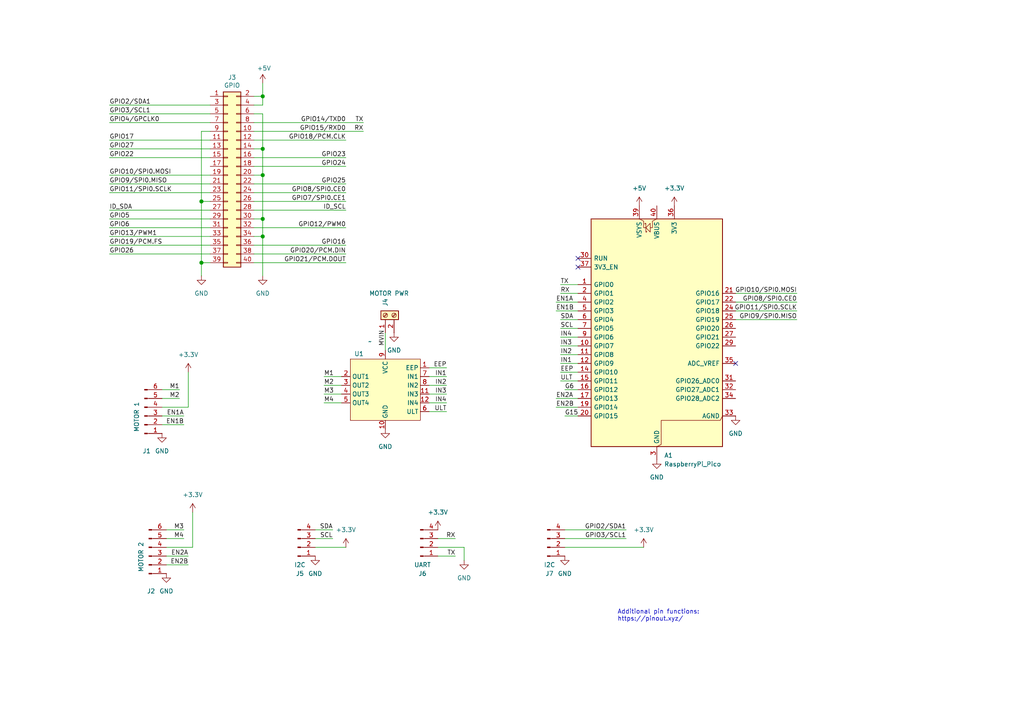
<source format=kicad_sch>
(kicad_sch (version 20250114) (generator "eeschema") (generator_version "9.0")
  (paper "A4")
  (title_block (date "15 nov 2012"))
  (lib_symbols
    (symbol "Connector:Conn_01x04_Pin" (pin_names (offset 1.016) (hide yes))
      (property "Reference" "J" (at 0 5.08 0))
      (property "Value" "Conn_01x04_Pin" (at 0 -7.62 0))
      (symbol "Conn_01x04_Pin_1_1"
        (rectangle (start 0.8636 2.667) (end 0 2.413) (stroke (width 0.1524)) (fill (type outline)))
        (rectangle (start 0.8636 0.127) (end 0 -0.127) (stroke (width 0.1524)) (fill (type outline)))
        (rectangle (start 0.8636 -2.413) (end 0 -2.667) (stroke (width 0.1524)) (fill (type outline)))
        (rectangle (start 0.8636 -4.953) (end 0 -5.207) (stroke (width 0.1524)) (fill (type outline)))
        (polyline (pts (xy 1.27 2.54) (xy 0.8636 2.54)) (stroke (width 0.1524)))
        (polyline (pts (xy 1.27 0) (xy 0.8636 0)) (stroke (width 0.1524)))
        (polyline (pts (xy 1.27 -2.54) (xy 0.8636 -2.54)) (stroke (width 0.1524)))
        (polyline (pts (xy 1.27 -5.08) (xy 0.8636 -5.08)) (stroke (width 0.1524)))
        (pin passive line (at 5.08 2.54 180) (length 3.81) (name "Pin_1") (number "1"))
        (pin passive line (at 5.08 0 180) (length 3.81) (name "Pin_2") (number "2"))
        (pin passive line (at 5.08 -2.54 180) (length 3.81) (name "Pin_3") (number "3"))
        (pin passive line (at 5.08 -5.08 180) (length 3.81) (name "Pin_4") (number "4"))
      )
    )
    (symbol "Connector:Conn_01x06_Pin" (pin_names (offset 1.016) (hide yes))
      (property "Reference" "J" (at 0 7.62 0))
      (property "Value" "Conn_01x06_Pin" (at 0 -10.16 0))
      (symbol "Conn_01x06_Pin_1_1"
        (rectangle (start 0.8636 5.207) (end 0 4.953) (stroke (width 0.1524)) (fill (type outline)))
        (rectangle (start 0.8636 2.667) (end 0 2.413) (stroke (width 0.1524)) (fill (type outline)))
        (rectangle (start 0.8636 0.127) (end 0 -0.127) (stroke (width 0.1524)) (fill (type outline)))
        (rectangle (start 0.8636 -2.413) (end 0 -2.667) (stroke (width 0.1524)) (fill (type outline)))
        (rectangle (start 0.8636 -4.953) (end 0 -5.207) (stroke (width 0.1524)) (fill (type outline)))
        (rectangle (start 0.8636 -7.493) (end 0 -7.747) (stroke (width 0.1524)) (fill (type outline)))
        (polyline (pts (xy 1.27 5.08) (xy 0.8636 5.08)) (stroke (width 0.1524)))
        (polyline (pts (xy 1.27 2.54) (xy 0.8636 2.54)) (stroke (width 0.1524)))
        (polyline (pts (xy 1.27 0) (xy 0.8636 0)) (stroke (width 0.1524)))
        (polyline (pts (xy 1.27 -2.54) (xy 0.8636 -2.54)) (stroke (width 0.1524)))
        (polyline (pts (xy 1.27 -5.08) (xy 0.8636 -5.08)) (stroke (width 0.1524)))
        (polyline (pts (xy 1.27 -7.62) (xy 0.8636 -7.62)) (stroke (width 0.1524)))
        (pin passive line (at 5.08 5.08 180) (length 3.81) (name "Pin_1") (number "1"))
        (pin passive line (at 5.08 2.54 180) (length 3.81) (name "Pin_2") (number "2"))
        (pin passive line (at 5.08 0 180) (length 3.81) (name "Pin_3") (number "3"))
        (pin passive line (at 5.08 -2.54 180) (length 3.81) (name "Pin_4") (number "4"))
        (pin passive line (at 5.08 -5.08 180) (length 3.81) (name "Pin_5") (number "5"))
        (pin passive line (at 5.08 -7.62 180) (length 3.81) (name "Pin_6") (number "6"))
      )
    )
    (symbol "Connector:Screw_Terminal_01x02" (pin_names (offset 1.016) (hide yes))
      (property "Reference" "J" (at 0 2.54 0))
      (property "Value" "Screw_Terminal_01x02" (at 0 -5.08 0))
      (symbol "Screw_Terminal_01x02_1_1"
        (rectangle (start -1.27 1.27) (end 1.27 -3.81) (stroke (width 0.254)) (fill (type background)))
        (polyline (pts (xy -0.5334 0.3302) (xy 0.3302 -0.508)) (stroke (width 0.1524)))
        (polyline (pts (xy -0.5334 -2.2098) (xy 0.3302 -3.048)) (stroke (width 0.1524)))
        (polyline (pts (xy -0.3556 0.508) (xy 0.508 -0.3302)) (stroke (width 0.1524)))
        (polyline (pts (xy -0.3556 -2.032) (xy 0.508 -2.8702)) (stroke (width 0.1524)))
        (circle (center 0 0) (radius 0.635) (stroke (width 0.1524)))
        (circle (center 0 -2.54) (radius 0.635) (stroke (width 0.1524)))
        (pin passive line (at -5.08 0 0) (length 3.81) (name "Pin_1") (number "1"))
        (pin passive line (at -5.08 -2.54 0) (length 3.81) (name "Pin_2") (number "2"))
      )
    )
    (symbol "Connector_Generic:Conn_02x20_Odd_Even" (pin_names (offset 1.016) (hide yes))
      (property "Reference" "J" (at 1.27 25.4 0))
      (property "Value" "Conn_02x20_Odd_Even" (at 1.27 -27.94 0))
      (symbol "Conn_02x20_Odd_Even_1_1"
        (rectangle (start -1.27 24.13) (end 3.81 -26.67) (stroke (width 0.254)) (fill (type background)))
        (rectangle (start -1.27 22.987) (end 0 22.733) (stroke (width 0.1524)))
        (rectangle (start -1.27 20.447) (end 0 20.193) (stroke (width 0.1524)))
        (rectangle (start -1.27 17.907) (end 0 17.653) (stroke (width 0.1524)))
        (rectangle (start -1.27 15.367) (end 0 15.113) (stroke (width 0.1524)))
        (rectangle (start -1.27 12.827) (end 0 12.573) (stroke (width 0.1524)))
        (rectangle (start -1.27 10.287) (end 0 10.033) (stroke (width 0.1524)))
        (rectangle (start -1.27 7.747) (end 0 7.493) (stroke (width 0.1524)))
        (rectangle (start -1.27 5.207) (end 0 4.953) (stroke (width 0.1524)))
        (rectangle (start -1.27 2.667) (end 0 2.413) (stroke (width 0.1524)))
        (rectangle (start -1.27 0.127) (end 0 -0.127) (stroke (width 0.1524)))
        (rectangle (start -1.27 -2.413) (end 0 -2.667) (stroke (width 0.1524)))
        (rectangle (start -1.27 -4.953) (end 0 -5.207) (stroke (width 0.1524)))
        (rectangle (start -1.27 -7.493) (end 0 -7.747) (stroke (width 0.1524)))
        (rectangle (start -1.27 -10.033) (end 0 -10.287) (stroke (width 0.1524)))
        (rectangle (start -1.27 -12.573) (end 0 -12.827) (stroke (width 0.1524)))
        (rectangle (start -1.27 -15.113) (end 0 -15.367) (stroke (width 0.1524)))
        (rectangle (start -1.27 -17.653) (end 0 -17.907) (stroke (width 0.1524)))
        (rectangle (start -1.27 -20.193) (end 0 -20.447) (stroke (width 0.1524)))
        (rectangle (start -1.27 -22.733) (end 0 -22.987) (stroke (width 0.1524)))
        (rectangle (start -1.27 -25.273) (end 0 -25.527) (stroke (width 0.1524)))
        (rectangle (start 3.81 22.987) (end 2.54 22.733) (stroke (width 0.1524)))
        (rectangle (start 3.81 20.447) (end 2.54 20.193) (stroke (width 0.1524)))
        (rectangle (start 3.81 17.907) (end 2.54 17.653) (stroke (width 0.1524)))
        (rectangle (start 3.81 15.367) (end 2.54 15.113) (stroke (width 0.1524)))
        (rectangle (start 3.81 12.827) (end 2.54 12.573) (stroke (width 0.1524)))
        (rectangle (start 3.81 10.287) (end 2.54 10.033) (stroke (width 0.1524)))
        (rectangle (start 3.81 7.747) (end 2.54 7.493) (stroke (width 0.1524)))
        (rectangle (start 3.81 5.207) (end 2.54 4.953) (stroke (width 0.1524)))
        (rectangle (start 3.81 2.667) (end 2.54 2.413) (stroke (width 0.1524)))
        (rectangle (start 3.81 0.127) (end 2.54 -0.127) (stroke (width 0.1524)))
        (rectangle (start 3.81 -2.413) (end 2.54 -2.667) (stroke (width 0.1524)))
        (rectangle (start 3.81 -4.953) (end 2.54 -5.207) (stroke (width 0.1524)))
        (rectangle (start 3.81 -7.493) (end 2.54 -7.747) (stroke (width 0.1524)))
        (rectangle (start 3.81 -10.033) (end 2.54 -10.287) (stroke (width 0.1524)))
        (rectangle (start 3.81 -12.573) (end 2.54 -12.827) (stroke (width 0.1524)))
        (rectangle (start 3.81 -15.113) (end 2.54 -15.367) (stroke (width 0.1524)))
        (rectangle (start 3.81 -17.653) (end 2.54 -17.907) (stroke (width 0.1524)))
        (rectangle (start 3.81 -20.193) (end 2.54 -20.447) (stroke (width 0.1524)))
        (rectangle (start 3.81 -22.733) (end 2.54 -22.987) (stroke (width 0.1524)))
        (rectangle (start 3.81 -25.273) (end 2.54 -25.527) (stroke (width 0.1524)))
        (pin passive line (at -5.08 22.86 0) (length 3.81) (name "Pin_1") (number "1"))
        (pin passive line (at -5.08 20.32 0) (length 3.81) (name "Pin_3") (number "3"))
        (pin passive line (at -5.08 17.78 0) (length 3.81) (name "Pin_5") (number "5"))
        (pin passive line (at -5.08 15.24 0) (length 3.81) (name "Pin_7") (number "7"))
        (pin passive line (at -5.08 12.7 0) (length 3.81) (name "Pin_9") (number "9"))
        (pin passive line (at -5.08 10.16 0) (length 3.81) (name "Pin_11") (number "11"))
        (pin passive line (at -5.08 7.62 0) (length 3.81) (name "Pin_13") (number "13"))
        (pin passive line (at -5.08 5.08 0) (length 3.81) (name "Pin_15") (number "15"))
        (pin passive line (at -5.08 2.54 0) (length 3.81) (name "Pin_17") (number "17"))
        (pin passive line (at -5.08 0 0) (length 3.81) (name "Pin_19") (number "19"))
        (pin passive line (at -5.08 -2.54 0) (length 3.81) (name "Pin_21") (number "21"))
        (pin passive line (at -5.08 -5.08 0) (length 3.81) (name "Pin_23") (number "23"))
        (pin passive line (at -5.08 -7.62 0) (length 3.81) (name "Pin_25") (number "25"))
        (pin passive line (at -5.08 -10.16 0) (length 3.81) (name "Pin_27") (number "27"))
        (pin passive line (at -5.08 -12.7 0) (length 3.81) (name "Pin_29") (number "29"))
        (pin passive line (at -5.08 -15.24 0) (length 3.81) (name "Pin_31") (number "31"))
        (pin passive line (at -5.08 -17.78 0) (length 3.81) (name "Pin_33") (number "33"))
        (pin passive line (at -5.08 -20.32 0) (length 3.81) (name "Pin_35") (number "35"))
        (pin passive line (at -5.08 -22.86 0) (length 3.81) (name "Pin_37") (number "37"))
        (pin passive line (at -5.08 -25.4 0) (length 3.81) (name "Pin_39") (number "39"))
        (pin passive line (at 7.62 22.86 180) (length 3.81) (name "Pin_2") (number "2"))
        (pin passive line (at 7.62 20.32 180) (length 3.81) (name "Pin_4") (number "4"))
        (pin passive line (at 7.62 17.78 180) (length 3.81) (name "Pin_6") (number "6"))
        (pin passive line (at 7.62 15.24 180) (length 3.81) (name "Pin_8") (number "8"))
        (pin passive line (at 7.62 12.7 180) (length 3.81) (name "Pin_10") (number "10"))
        (pin passive line (at 7.62 10.16 180) (length 3.81) (name "Pin_12") (number "12"))
        (pin passive line (at 7.62 7.62 180) (length 3.81) (name "Pin_14") (number "14"))
        (pin passive line (at 7.62 5.08 180) (length 3.81) (name "Pin_16") (number "16"))
        (pin passive line (at 7.62 2.54 180) (length 3.81) (name "Pin_18") (number "18"))
        (pin passive line (at 7.62 0 180) (length 3.81) (name "Pin_20") (number "20"))
        (pin passive line (at 7.62 -2.54 180) (length 3.81) (name "Pin_22") (number "22"))
        (pin passive line (at 7.62 -5.08 180) (length 3.81) (name "Pin_24") (number "24"))
        (pin passive line (at 7.62 -7.62 180) (length 3.81) (name "Pin_26") (number "26"))
        (pin passive line (at 7.62 -10.16 180) (length 3.81) (name "Pin_28") (number "28"))
        (pin passive line (at 7.62 -12.7 180) (length 3.81) (name "Pin_30") (number "30"))
        (pin passive line (at 7.62 -15.24 180) (length 3.81) (name "Pin_32") (number "32"))
        (pin passive line (at 7.62 -17.78 180) (length 3.81) (name "Pin_34") (number "34"))
        (pin passive line (at 7.62 -20.32 180) (length 3.81) (name "Pin_36") (number "36"))
        (pin passive line (at 7.62 -22.86 180) (length 3.81) (name "Pin_38") (number "38"))
        (pin passive line (at 7.62 -25.4 180) (length 3.81) (name "Pin_40") (number "40"))
      )
    )
    (symbol "MCU_Module:RaspberryPi_Pico" (pin_names (offset 0.762))
      (property "Reference" "A" (at -19.05 35.56 0))
      (property "Value" "RaspberryPi_Pico" (at 7.62 35.56 0))
      (symbol "RaspberryPi_Pico_0_1"
        (rectangle (start -19.05 34.29) (end 19.05 -31.75) (stroke (width 0.254)) (fill (type background)))
        (polyline (pts (xy -5.08 34.29) (xy -3.81 33.655) (xy -3.81 31.75) (xy -3.175 31.75)))
        (polyline (pts (xy -3.429 32.766) (xy -3.429 33.02) (xy -3.175 33.02) (xy -3.175 30.48) (xy -2.921 30.48) (xy -2.921 30.734)))
        (polyline (pts (xy -3.175 31.75) (xy -1.905 33.02) (xy -1.905 30.48) (xy -3.175 31.75)))
        (polyline (pts (xy 0 34.29) (xy -1.27 33.655) (xy -1.27 31.75) (xy -1.905 31.75)))
        (polyline (pts (xy 0 -31.75) (xy 1.27 -31.115) (xy 1.27 -24.13) (xy 18.415 -24.13) (xy 19.05 -22.86)))
      )
      (symbol "RaspberryPi_Pico_1_1"
        (pin passive line (at -22.86 22.86 0) (length 3.81) (name "RUN") (number "30"))
        (pin passive line (at -22.86 20.32 0) (length 3.81) (name "3V3_EN") (number "37"))
        (pin bidirectional line (at -22.86 15.24 0) (length 3.81) (name "GPIO0") (number "1"))
        (pin bidirectional line (at -22.86 12.7 0) (length 3.81) (name "GPIO1") (number "2"))
        (pin bidirectional line (at -22.86 10.16 0) (length 3.81) (name "GPIO2") (number "4"))
        (pin bidirectional line (at -22.86 7.62 0) (length 3.81) (name "GPIO3") (number "5"))
        (pin bidirectional line (at -22.86 5.08 0) (length 3.81) (name "GPIO4") (number "6"))
        (pin bidirectional line (at -22.86 2.54 0) (length 3.81) (name "GPIO5") (number "7"))
        (pin bidirectional line (at -22.86 0 0) (length 3.81) (name "GPIO6") (number "9"))
        (pin bidirectional line (at -22.86 -2.54 0) (length 3.81) (name "GPIO7") (number "10"))
        (pin bidirectional line (at -22.86 -5.08 0) (length 3.81) (name "GPIO8") (number "11"))
        (pin bidirectional line (at -22.86 -7.62 0) (length 3.81) (name "GPIO9") (number "12"))
        (pin bidirectional line (at -22.86 -10.16 0) (length 3.81) (name "GPIO10") (number "14"))
        (pin bidirectional line (at -22.86 -12.7 0) (length 3.81) (name "GPIO11") (number "15"))
        (pin bidirectional line (at -22.86 -15.24 0) (length 3.81) (name "GPIO12") (number "16"))
        (pin bidirectional line (at -22.86 -17.78 0) (length 3.81) (name "GPIO13") (number "17"))
        (pin bidirectional line (at -22.86 -20.32 0) (length 3.81) (name "GPIO14") (number "19"))
        (pin bidirectional line (at -22.86 -22.86 0) (length 3.81) (name "GPIO15") (number "20"))
        (pin power_in line (at -5.08 38.1 270) (length 3.81) (name "VSYS") (number "39"))
        (pin power_out line (at 0 38.1 270) (length 3.81) (name "VBUS") (number "40"))
        (pin passive line (at 0 -35.56 90) (length 3.81) (hide yes) (name "GND") (number "13"))
        (pin passive line (at 0 -35.56 90) (length 3.81) (hide yes) (name "GND") (number "18"))
        (pin passive line (at 0 -35.56 90) (length 3.81) (hide yes) (name "GND") (number "23"))
        (pin passive line (at 0 -35.56 90) (length 3.81) (hide yes) (name "GND") (number "28"))
        (pin power_out line (at 0 -35.56 90) (length 3.81) (name "GND") (number "3"))
        (pin passive line (at 0 -35.56 90) (length 3.81) (hide yes) (name "GND") (number "38"))
        (pin passive line (at 0 -35.56 90) (length 3.81) (hide yes) (name "GND") (number "8"))
        (pin power_out line (at 5.08 38.1 270) (length 3.81) (name "3V3") (number "36"))
        (pin bidirectional line (at 22.86 12.7 180) (length 3.81) (name "GPIO16") (number "21"))
        (pin bidirectional line (at 22.86 10.16 180) (length 3.81) (name "GPIO17") (number "22"))
        (pin bidirectional line (at 22.86 7.62 180) (length 3.81) (name "GPIO18") (number "24"))
        (pin bidirectional line (at 22.86 5.08 180) (length 3.81) (name "GPIO19") (number "25"))
        (pin bidirectional line (at 22.86 2.54 180) (length 3.81) (name "GPIO20") (number "26"))
        (pin bidirectional line (at 22.86 0 180) (length 3.81) (name "GPIO21") (number "27"))
        (pin bidirectional line (at 22.86 -2.54 180) (length 3.81) (name "GPIO22") (number "29"))
        (pin power_in line (at 22.86 -7.62 180) (length 3.81) (name "ADC_VREF") (number "35"))
        (pin bidirectional line (at 22.86 -12.7 180) (length 3.81) (name "GPIO26_ADC0") (number "31"))
        (pin bidirectional line (at 22.86 -15.24 180) (length 3.81) (name "GPIO27_ADC1") (number "32"))
        (pin bidirectional line (at 22.86 -17.78 180) (length 3.81) (name "GPIO28_ADC2") (number "34"))
        (pin power_out line (at 22.86 -22.86 180) (length 3.81) (name "AGND") (number "33"))
      )
    )
    (symbol "power:+3.3V" (power) (pin_numbers (hide yes)) (pin_names (offset 0) (hide yes))
      (property "Value" "+3.3V" (at 0 3.556 0))
      (symbol "+3.3V_0_1"
        (polyline (pts (xy -0.762 1.27) (xy 0 2.54)))
        (polyline (pts (xy 0 2.54) (xy 0.762 1.27)))
        (polyline (pts (xy 0 0) (xy 0 2.54)))
      )
      (symbol "+3.3V_1_1"
        (pin power_in line (at 0 0 90) (length 0) (name "~") (number "1"))
      )
    )
    (symbol "power:+5V" (power) (pin_numbers (hide yes)) (pin_names (offset 0) (hide yes))
      (property "Value" "+5V" (at 0 3.556 0))
      (symbol "+5V_0_1"
        (polyline (pts (xy -0.762 1.27) (xy 0 2.54)))
        (polyline (pts (xy 0 2.54) (xy 0.762 1.27)))
        (polyline (pts (xy 0 0) (xy 0 2.54)))
      )
      (symbol "+5V_1_1"
        (pin power_in line (at 0 0 90) (length 0) (name "~") (number "1"))
      )
    )
    (symbol "power:GND" (power) (pin_numbers (hide yes)) (pin_names (offset 0) (hide yes))
      (property "Value" "GND" (at 0 -3.81 0))
      (symbol "GND_0_1"
        (polyline (pts (xy 0 0) (xy 0 -1.27) (xy 1.27 -1.27) (xy 0 -2.54) (xy -1.27 -1.27) (xy 0 -1.27)))
      )
      (symbol "GND_1_1"
        (pin power_in line (at 0 0 270) (length 0) (name "~") (number "1"))
      )
    )
    (symbol "sybols:DRV8833"
      (property "Reference" "U" (at -11.176 14.224 0))
      (symbol "DRV8833_1_1"
        (rectangle (start -10.16 8.89) (end 10.16 -8.89) (fill (type background)))
        (pin input line (at -12.7 3.81 0) (length 2.54) (name "OUT1") (number "2"))
        (pin input line (at -12.7 1.27 0) (length 2.54) (name "OUT2") (number "3"))
        (pin input line (at -12.7 -1.27 0) (length 2.54) (name "OUT3") (number "4"))
        (pin input line (at -12.7 -3.81 0) (length 2.54) (name "OUT4") (number "5"))
        (pin input line (at 0 11.43 270) (length 2.54) (name "VCC") (number "9"))
        (pin input line (at 0 -11.43 90) (length 2.54) (name "GND") (number "10"))
        (pin input line (at 12.7 6.35 180) (length 2.54) (name "EEP") (number "1"))
        (pin input line (at 12.7 3.81 180) (length 2.54) (name "IN1") (number "7"))
        (pin input line (at 12.7 1.27 180) (length 2.54) (name "IN2") (number "8"))
        (pin input line (at 12.7 -1.27 180) (length 2.54) (name "IN3") (number "11"))
        (pin input line (at 12.7 -3.81 180) (length 2.54) (name "IN4") (number "12"))
        (pin input line (at 12.7 -6.35 180) (length 2.54) (name "ULT") (number "6"))
      )
    )
  )
  (text "Additional pin functions:\nhttps://pinout.xyz/" (at 179.07 180.34 0) (effects (font (size 1.27 1.27)) (justify left bottom)))
  (junction (at 76.2 63.5) (diameter 1.016))
  (junction (at 76.2 68.58) (diameter 1.016))
  (junction (at 58.42 58.42) (diameter 1.016))
  (junction (at 76.2 50.8) (diameter 1.016))
  (junction (at 76.2 43.18) (diameter 1.016))
  (junction (at 58.42 76.2) (diameter 1.016))
  (junction (at 76.2 27.94) (diameter 1.016))
  (no_connect (at 167.64 74.93))
  (no_connect (at 167.64 77.47))
  (no_connect (at 213.36 105.41))
  (wire (pts (xy 58.42 58.42) (xy 58.42 76.2)))
  (wire (pts (xy 73.66 58.42) (xy 100.33 58.42)))
  (wire (pts (xy 60.96 40.64) (xy 31.75 40.64)))
  (wire (pts (xy 76.2 33.02) (xy 76.2 43.18)))
  (wire (pts (xy 48.26 161.29) (xy 54.61 161.29)))
  (wire (pts (xy 76.2 50.8) (xy 73.66 50.8)))
  (wire (pts (xy 163.83 156.21) (xy 181.61 156.21)))
  (wire (pts (xy 76.2 63.5) (xy 76.2 68.58)))
  (wire (pts (xy 213.36 85.09) (xy 231.14 85.09)))
  (wire (pts (xy 111.76 96.52) (xy 111.76 101.6)))
  (wire (pts (xy 167.64 105.41) (xy 162.56 105.41)))
  (wire (pts (xy 167.64 95.25) (xy 162.56 95.25)))
  (wire (pts (xy 167.64 107.95) (xy 162.56 107.95)))
  (wire (pts (xy 161.29 118.11) (xy 167.64 118.11)))
  (wire (pts (xy 162.56 92.71) (xy 167.64 92.71)))
  (wire (pts (xy 76.2 50.8) (xy 76.2 63.5)))
  (wire (pts (xy 73.66 35.56) (xy 105.41 35.56)))
  (wire (pts (xy 58.42 38.1) (xy 58.42 58.42)))
  (wire (pts (xy 46.99 115.57) (xy 52.07 115.57)))
  (wire (pts (xy 48.26 163.83) (xy 54.61 163.83)))
  (wire (pts (xy 58.42 38.1) (xy 60.96 38.1)))
  (wire (pts (xy 73.66 55.88) (xy 100.33 55.88)))
  (wire (pts (xy 60.96 60.96) (xy 31.75 60.96)))
  (wire (pts (xy 31.75 63.5) (xy 60.96 63.5)))
  (wire (pts (xy 163.83 113.03) (xy 167.64 113.03)))
  (wire (pts (xy 58.42 58.42) (xy 60.96 58.42)))
  (wire (pts (xy 46.99 120.65) (xy 53.34 120.65)))
  (wire (pts (xy 73.66 45.72) (xy 100.33 45.72)))
  (wire (pts (xy 46.99 113.03) (xy 52.07 113.03)))
  (wire (pts (xy 46.99 118.11) (xy 54.61 118.11)))
  (wire (pts (xy 124.46 116.84) (xy 129.54 116.84)))
  (wire (pts (xy 124.46 114.3) (xy 129.54 114.3)))
  (wire (pts (xy 73.66 76.2) (xy 100.33 76.2)))
  (wire (pts (xy 58.42 76.2) (xy 58.42 80.01)))
  (wire (pts (xy 31.75 43.18) (xy 60.96 43.18)))
  (wire (pts (xy 124.46 111.76) (xy 129.54 111.76)))
  (wire (pts (xy 163.83 120.65) (xy 167.64 120.65)))
  (wire (pts (xy 162.56 82.55) (xy 167.64 82.55)))
  (wire (pts (xy 167.64 102.87) (xy 162.56 102.87)))
  (wire (pts (xy 48.26 153.67) (xy 53.34 153.67)))
  (wire (pts (xy 76.2 68.58) (xy 73.66 68.58)))
  (wire (pts (xy 31.75 33.02) (xy 60.96 33.02)))
  (wire (pts (xy 124.46 109.22) (xy 129.54 109.22)))
  (wire (pts (xy 91.44 153.67) (xy 96.52 153.67)))
  (wire (pts (xy 31.75 55.88) (xy 60.96 55.88)))
  (wire (pts (xy 127 158.75) (xy 134.62 158.75)))
  (wire (pts (xy 213.36 92.71) (xy 231.14 92.71)))
  (wire (pts (xy 93.98 116.84) (xy 99.06 116.84)))
  (wire (pts (xy 60.96 30.48) (xy 31.75 30.48)))
  (wire (pts (xy 93.98 111.76) (xy 99.06 111.76)))
  (wire (pts (xy 124.46 119.38) (xy 129.54 119.38)))
  (wire (pts (xy 76.2 27.94) (xy 76.2 30.48)))
  (wire (pts (xy 76.2 43.18) (xy 76.2 50.8)))
  (wire (pts (xy 161.29 115.57) (xy 167.64 115.57)))
  (wire (pts (xy 55.88 148.59) (xy 55.88 158.75)))
  (wire (pts (xy 73.66 40.64) (xy 100.33 40.64)))
  (wire (pts (xy 163.83 153.67) (xy 181.61 153.67)))
  (wire (pts (xy 76.2 43.18) (xy 73.66 43.18)))
  (wire (pts (xy 76.2 24.13) (xy 76.2 27.94)))
  (wire (pts (xy 31.75 35.56) (xy 60.96 35.56)))
  (wire (pts (xy 76.2 27.94) (xy 73.66 27.94)))
  (wire (pts (xy 73.66 48.26) (xy 100.33 48.26)))
  (wire (pts (xy 73.66 38.1) (xy 105.41 38.1)))
  (wire (pts (xy 213.36 90.17) (xy 231.14 90.17)))
  (wire (pts (xy 124.46 106.68) (xy 129.54 106.68)))
  (wire (pts (xy 31.75 45.72) (xy 60.96 45.72)))
  (wire (pts (xy 31.75 53.34) (xy 60.96 53.34)))
  (wire (pts (xy 93.98 114.3) (xy 99.06 114.3)))
  (wire (pts (xy 167.64 110.49) (xy 162.56 110.49)))
  (wire (pts (xy 161.29 90.17) (xy 167.64 90.17)))
  (wire (pts (xy 31.75 66.04) (xy 60.96 66.04)))
  (wire (pts (xy 167.64 97.79) (xy 162.56 97.79)))
  (wire (pts (xy 76.2 30.48) (xy 73.66 30.48)))
  (wire (pts (xy 167.64 100.33) (xy 162.56 100.33)))
  (wire (pts (xy 48.26 156.21) (xy 53.34 156.21)))
  (wire (pts (xy 46.99 123.19) (xy 53.34 123.19)))
  (wire (pts (xy 31.75 71.12) (xy 60.96 71.12)))
  (wire (pts (xy 73.66 71.12) (xy 100.33 71.12)))
  (wire (pts (xy 127 156.21) (xy 132.08 156.21)))
  (wire (pts (xy 163.83 158.75) (xy 186.69 158.75)))
  (wire (pts (xy 73.66 66.04) (xy 100.33 66.04)))
  (wire (pts (xy 58.42 76.2) (xy 60.96 76.2)))
  (wire (pts (xy 93.98 109.22) (xy 99.06 109.22)))
  (wire (pts (xy 73.66 73.66) (xy 100.33 73.66)))
  (wire (pts (xy 54.61 107.95) (xy 54.61 118.11)))
  (wire (pts (xy 162.56 85.09) (xy 167.64 85.09)))
  (wire (pts (xy 76.2 33.02) (xy 73.66 33.02)))
  (wire (pts (xy 31.75 73.66) (xy 60.96 73.66)))
  (wire (pts (xy 161.29 87.63) (xy 167.64 87.63)))
  (wire (pts (xy 76.2 68.58) (xy 76.2 80.01)))
  (wire (pts (xy 73.66 53.34) (xy 100.33 53.34)))
  (wire (pts (xy 60.96 68.58) (xy 31.75 68.58)))
  (wire (pts (xy 127 161.29) (xy 132.08 161.29)))
  (wire (pts (xy 134.62 158.75) (xy 134.62 162.56)))
  (wire (pts (xy 76.2 63.5) (xy 73.66 63.5)))
  (wire (pts (xy 91.44 156.21) (xy 96.52 156.21)))
  (wire (pts (xy 48.26 158.75) (xy 55.88 158.75)))
  (wire (pts (xy 60.96 50.8) (xy 31.75 50.8)))
  (wire (pts (xy 73.66 60.96) (xy 100.33 60.96)))
  (wire (pts (xy 91.44 158.75) (xy 100.33 158.75)))
  (wire (pts (xy 213.36 87.63) (xy 231.14 87.63)))
  (label "RX" (at 105.41 38.1 180))
  (label "M2" (at 93.98 111.76 0))
  (label "G15" (at 163.83 120.65 0))
  (label "M4" (at 93.98 116.84 0))
  (label "M4" (at 53.34 156.21 180))
  (label "ID_SDA" (at 31.75 60.96 0))
  (label "EN1A" (at 53.34 120.65 180))
  (label "GPIO6" (at 31.75 66.04 0))
  (label "EEP" (at 162.56 107.95 0))
  (label "TX" (at 105.41 35.56 180))
  (label "M3" (at 93.98 114.3 0))
  (label "GPIO3{slash}SCL1" (at 181.61 156.21 180))
  (label "GPIO8{slash}SPI0.CE0" (at 231.14 87.63 180))
  (label "EN1A" (at 161.29 87.63 0))
  (label "IN2" (at 129.54 111.76 180))
  (label "ID_SCL" (at 100.33 60.96 180))
  (label "GPIO5" (at 31.75 63.5 0))
  (label "GPIO21{slash}PCM.DOUT" (at 100.33 76.2 180))
  (label "RX" (at 132.08 156.21 180))
  (label "G6" (at 163.83 113.03 0))
  (label "GPIO19{slash}PCM.FS" (at 31.75 71.12 0))
  (label "EN2B" (at 161.29 118.11 0))
  (label "SDA" (at 162.56 92.71 0))
  (label "GPIO10{slash}SPI0.MOSI" (at 31.75 50.8 0))
  (label "IN1" (at 162.56 105.41 0))
  (label "M2" (at 52.07 115.57 180))
  (label "SDA" (at 96.52 153.67 180))
  (label "GPIO9{slash}SPI0.MISO" (at 31.75 53.34 0))
  (label "GPIO23" (at 100.33 45.72 180))
  (label "IN3" (at 129.54 114.3 180))
  (label "MVIN" (at 111.76 100.33 90))
  (label "GPIO4{slash}GPCLK0" (at 31.75 35.56 0))
  (label "M3" (at 53.34 153.67 180))
  (label "GPIO27" (at 31.75 43.18 0))
  (label "GPIO26" (at 31.75 73.66 0))
  (label "GPIO14{slash}TXD0" (at 100.33 35.56 180))
  (label "GPIO8{slash}SPI0.CE0" (at 100.33 55.88 180))
  (label "IN1" (at 129.54 109.22 180))
  (label "GPIO15{slash}RXD0" (at 100.33 38.1 180))
  (label "GPIO16" (at 100.33 71.12 180))
  (label "TX" (at 132.08 161.29 180))
  (label "IN2" (at 162.56 102.87 0))
  (label "EN1B" (at 53.34 123.19 180))
  (label "GPIO9{slash}SPI0.MISO" (at 231.14 92.71 180))
  (label "IN3" (at 162.56 100.33 0))
  (label "SCL" (at 162.56 95.25 0))
  (label "GPIO22" (at 31.75 45.72 0))
  (label "GPIO10{slash}SPI0.MOSI" (at 231.14 85.09 180))
  (label "EN2A" (at 161.29 115.57 0))
  (label "GPIO11{slash}SPI0.SCLK" (at 231.14 90.17 180))
  (label "GPIO2{slash}SDA1" (at 31.75 30.48 0))
  (label "EEP" (at 129.54 106.68 180))
  (label "GPIO17" (at 31.75 40.64 0))
  (label "GPIO25" (at 100.33 53.34 180))
  (label "TX" (at 162.56 82.55 0))
  (label "GPIO3{slash}SCL1" (at 31.75 33.02 0))
  (label "SCL" (at 96.52 156.21 180))
  (label "GPIO18{slash}PCM.CLK" (at 100.33 40.64 180))
  (label "GPIO12{slash}PWM0" (at 100.33 66.04 180))
  (label "RX" (at 162.56 85.09 0))
  (label "GPIO13{slash}PWM1" (at 31.75 68.58 0))
  (label "ULT" (at 129.54 119.38 180))
  (label "GPIO20{slash}PCM.DIN" (at 100.33 73.66 180))
  (label "IN4" (at 162.56 97.79 0))
  (label "M1" (at 93.98 109.22 0))
  (label "GPIO24" (at 100.33 48.26 180))
  (label "EN1B" (at 161.29 90.17 0))
  (label "GPIO7{slash}SPI0.CE1" (at 100.33 58.42 180))
  (label "EN2A" (at 54.61 161.29 180))
  (label "EN2B" (at 54.61 163.83 180))
  (label "ULT" (at 162.56 110.49 0))
  (label "M1" (at 52.07 113.03 180))
  (label "GPIO2{slash}SDA1" (at 181.61 153.67 180))
  (label "IN4" (at 129.54 116.84 180))
  (label "GPIO11{slash}SPI0.SCLK" (at 31.75 55.88 0))
  (symbol (lib_id "power:+5V") (at 76.2 24.13 0) (unit 1)
    (property "Reference" "#PWR08" (effects (hide yes)))
    (property "Value" "+5V" (at 76.5683 19.8056 0))
    (property "Description" "Power symbol creates a global label with name \"+5V\"" (effects (hide yes)))
  )
  (symbol (lib_id "Connector_Generic:Conn_02x20_Odd_Even") (at 66.04 50.8 0) (unit 1)
    (property "Reference" "J3" (at 67.31 22.4598 0))
    (property "Value" "GPIO" (at 67.31 24.765 0))
    (property "Footprint" "Connector_PinSocket_2.54mm:PinSocket_2x20_P2.54mm_Vertical" (effects (hide yes)))
    (property "Description" "Generic connector, double row, 02x20, odd/even pin numbering scheme (row 1 odd numbers, row 2 even numbers), script generated (kicad-library-utils/schlib/autogen/connector/)" (effects (hide yes)))
  )
  (symbol (lib_id "power:+5V") (at 185.42 59.69 0) (unit 1)
    (property "Reference" "#PWR016" (effects (hide yes)))
    (property "Value" "+5V" (at 185.42 54.61 0))
    (property "Description" "Power symbol creates a global label with name \"+5V\"" (effects (hide yes)))
  )
  (symbol (lib_id "power:GND") (at 91.44 161.29 0) (unit 1)
    (property "Reference" "#PWR09" (effects (hide yes)))
    (property "Value" "GND" (at 91.44 166.37 0))
    (property "Description" "Power symbol creates a global label with name \"GND\" , ground" (effects (hide yes)))
  )
  (symbol (lib_id "power:+3.3V") (at 195.58 59.69 0) (unit 1)
    (property "Reference" "#PWR018" (effects (hide yes)))
    (property "Value" "+3.3V" (at 195.58 54.61 0))
    (property "Description" "Power symbol creates a global label with name \"+3.3V\"" (effects (hide yes)))
  )
  (symbol (lib_id "Connector:Screw_Terminal_01x02") (at 111.76 91.44 90) (unit 1)
    (property "Reference" "J4" (at 111.7599 88.9 0) (effects (justify left)))
    (property "Value" "MOTOR PWR" (at 118.618 85.09 90) (effects (justify left)))
    (property "Footprint" "TerminalBlock_4Ucon:TerminalBlock_4Ucon_1x02_P3.50mm_Horizontal" (effects (hide yes)))
    (property "Description" "Generic screw terminal, single row, 01x02, script generated (kicad-library-utils/schlib/autogen/connector/)" (effects (hide yes)))
  )
  (symbol (lib_id "power:GND") (at 190.5 133.35 0) (unit 1)
    (property "Reference" "#PWR014" (effects (hide yes)))
    (property "Value" "GND" (at 190.5 138.43 0))
    (property "Description" "Power symbol creates a global label with name \"GND\" , ground" (effects (hide yes)))
  )
  (symbol (lib_id "power:GND") (at 111.76 124.46 0) (unit 1)
    (property "Reference" "#PWR010" (effects (hide yes)))
    (property "Value" "GND" (at 111.76 129.54 0))
    (property "Description" "Power symbol creates a global label with name \"GND\" , ground" (effects (hide yes)))
  )
  (symbol (lib_id "power:GND") (at 114.3 96.52 0) (unit 1)
    (property "Reference" "#PWR013" (effects (hide yes)))
    (property "Value" "GND" (at 114.3 101.6 0))
    (property "Description" "Power symbol creates a global label with name \"GND\" , ground" (effects (hide yes)))
  )
  (symbol (lib_id "power:GND") (at 58.42 80.01 0) (unit 1)
    (property "Reference" "#PWR01" (effects (hide yes)))
    (property "Value" "GND" (at 58.42 85.09 0))
    (property "Description" "Power symbol creates a global label with name \"GND\" , ground" (effects (hide yes)))
  )
  (symbol (lib_id "power:GND") (at 213.36 120.65 0) (unit 1)
    (property "Reference" "#PWR015" (effects (hide yes)))
    (property "Value" "GND" (at 213.36 125.73 0))
    (property "Description" "Power symbol creates a global label with name \"GND\" , ground" (effects (hide yes)))
  )
  (symbol (lib_id "Connector:Conn_01x04_Pin") (at 158.75 158.75 0) (mirror x) (unit 1)
    (property "Reference" "J7" (at 159.385 166.37 0))
    (property "Value" "I2C" (at 159.385 163.83 0))
    (property "Footprint" "Connector_PinHeader_2.54mm:PinHeader_1x04_P2.54mm_Vertical" (effects (hide yes)))
    (property "Description" "Generic connector, single row, 01x04, script generated" (effects (hide yes)))
  )
  (symbol (lib_id "power:+3.3V") (at 100.33 158.75 0) (unit 1)
    (property "Reference" "#PWR012" (effects (hide yes)))
    (property "Value" "+3.3V" (at 100.33 153.67 0))
    (property "Description" "Power symbol creates a global label with name \"+3.3V\"" (effects (hide yes)))
  )
  (symbol (lib_id "power:+3.3V") (at 55.88 148.59 0) (unit 1)
    (property "Reference" "#PWR04" (effects (hide yes)))
    (property "Value" "+3.3V" (at 55.88 143.51 0))
    (property "Description" "Power symbol creates a global label with name \"+3.3V\"" (effects (hide yes)))
  )
  (symbol (lib_id "power:GND") (at 134.62 162.56 0) (unit 1)
    (property "Reference" "#PWR05" (effects (hide yes)))
    (property "Value" "GND" (at 134.62 167.64 0))
    (property "Description" "Power symbol creates a global label with name \"GND\" , ground" (effects (hide yes)))
  )
  (symbol (lib_id "sybols:DRV8833") (at 111.76 113.03 0) (unit 1)
    (property "Reference" "U1" (at 104.14 102.616 0))
    (property "Value" "~" (at 107.315 99.06 0))
    (property "Footprint" "footprints:DRV8833" (effects (hide yes)))
  )
  (symbol (lib_id "power:GND") (at 163.83 161.29 0) (unit 1)
    (property "Reference" "#PWR019" (effects (hide yes)))
    (property "Value" "GND" (at 163.83 166.37 0))
    (property "Description" "Power symbol creates a global label with name \"GND\" , ground" (effects (hide yes)))
  )
  (symbol (lib_id "Connector:Conn_01x06_Pin") (at 41.91 120.65 0) (mirror x) (unit 1)
    (property "Reference" "J1" (at 42.545 130.81 0))
    (property "Value" "MOTOR 1" (at 39.624 120.904 90))
    (property "Footprint" "Connector_PinHeader_2.54mm:PinHeader_1x06_P2.54mm_Vertical" (effects (hide yes)))
    (property "Description" "Generic connector, single row, 01x06, script generated" (effects (hide yes)))
  )
  (symbol (lib_id "power:GND") (at 76.2 80.01 0) (unit 1)
    (property "Reference" "#PWR02" (effects (hide yes)))
    (property "Value" "GND" (at 76.2 85.09 0))
    (property "Description" "Power symbol creates a global label with name \"GND\" , ground" (effects (hide yes)))
  )
  (symbol (lib_id "power:+3.3V") (at 186.69 158.75 0) (unit 1)
    (property "Reference" "#PWR017" (effects (hide yes)))
    (property "Value" "+3.3V" (at 186.69 153.67 0))
    (property "Description" "Power symbol creates a global label with name \"+3.3V\"" (effects (hide yes)))
  )
  (symbol (lib_id "MCU_Module:RaspberryPi_Pico") (at 190.5 97.79 0) (unit 1)
    (property "Reference" "A1" (at 192.6433 132.08 0) (effects (justify left)))
    (property "Value" "RaspberryPi_Pico" (at 192.6433 134.62 0) (effects (justify left)))
    (property "Footprint" "Module:RaspberryPi_Pico_Common_Unspecified" (effects (hide yes)))
    (property "Datasheet" "https://datasheets.raspberrypi.com/pico/pico-datasheet.pdf" (effects (hide yes)))
    (property "Description" "Versatile and inexpensive microcontroller module powered by RP2040 dual-core Arm Cortex-M0+ processor up to 133 MHz, 264kB SRAM, 2MB QSPI flash; also supports Raspberry Pi Pico 2" (effects (hide yes)))
  )
  (symbol (lib_id "power:+3.3V") (at 127 153.67 0) (unit 1)
    (property "Reference" "#PWR011" (effects (hide yes)))
    (property "Value" "+3.3V" (at 127 148.59 0))
    (property "Description" "Power symbol creates a global label with name \"+3.3V\"" (effects (hide yes)))
  )
  (symbol (lib_id "power:GND") (at 48.26 166.37 0) (unit 1)
    (property "Reference" "#PWR07" (effects (hide yes)))
    (property "Value" "GND" (at 48.26 171.45 0))
    (property "Description" "Power symbol creates a global label with name \"GND\" , ground" (effects (hide yes)))
  )
  (symbol (lib_id "Connector:Conn_01x06_Pin") (at 43.18 161.29 0) (mirror x) (unit 1)
    (property "Reference" "J2" (at 43.815 171.45 0))
    (property "Value" "MOTOR 2" (at 40.894 161.544 90))
    (property "Footprint" "Connector_PinHeader_2.54mm:PinHeader_1x06_P2.54mm_Vertical" (effects (hide yes)))
    (property "Description" "Generic connector, single row, 01x06, script generated" (effects (hide yes)))
  )
  (symbol (lib_id "Connector:Conn_01x04_Pin") (at 121.92 158.75 0) (mirror x) (unit 1)
    (property "Reference" "J6" (at 122.555 166.37 0))
    (property "Value" "UART" (at 122.555 163.83 0))
    (property "Footprint" "Connector_PinHeader_2.54mm:PinHeader_1x04_P2.54mm_Vertical" (effects (hide yes)))
    (property "Description" "Generic connector, single row, 01x04, script generated" (effects (hide yes)))
  )
  (symbol (lib_id "Connector:Conn_01x04_Pin") (at 86.36 158.75 0) (mirror x) (unit 1)
    (property "Reference" "J5" (at 86.995 166.37 0))
    (property "Value" "I2C" (at 86.995 163.83 0))
    (property "Footprint" "Connector_PinHeader_2.54mm:PinHeader_1x04_P2.54mm_Vertical" (effects (hide yes)))
    (property "Description" "Generic connector, single row, 01x04, script generated" (effects (hide yes)))
  )
  (symbol (lib_id "power:GND") (at 46.99 125.73 0) (unit 1)
    (property "Reference" "#PWR06" (effects (hide yes)))
    (property "Value" "GND" (at 46.99 130.81 0))
    (property "Description" "Power symbol creates a global label with name \"GND\" , ground" (effects (hide yes)))
  )
  (symbol (lib_id "power:+3.3V") (at 54.61 107.95 0) (unit 1)
    (property "Reference" "#PWR03" (effects (hide yes)))
    (property "Value" "+3.3V" (at 54.61 102.87 0))
    (property "Description" "Power symbol creates a global label with name \"+3.3V\"" (effects (hide yes)))
  )
)
</source>
